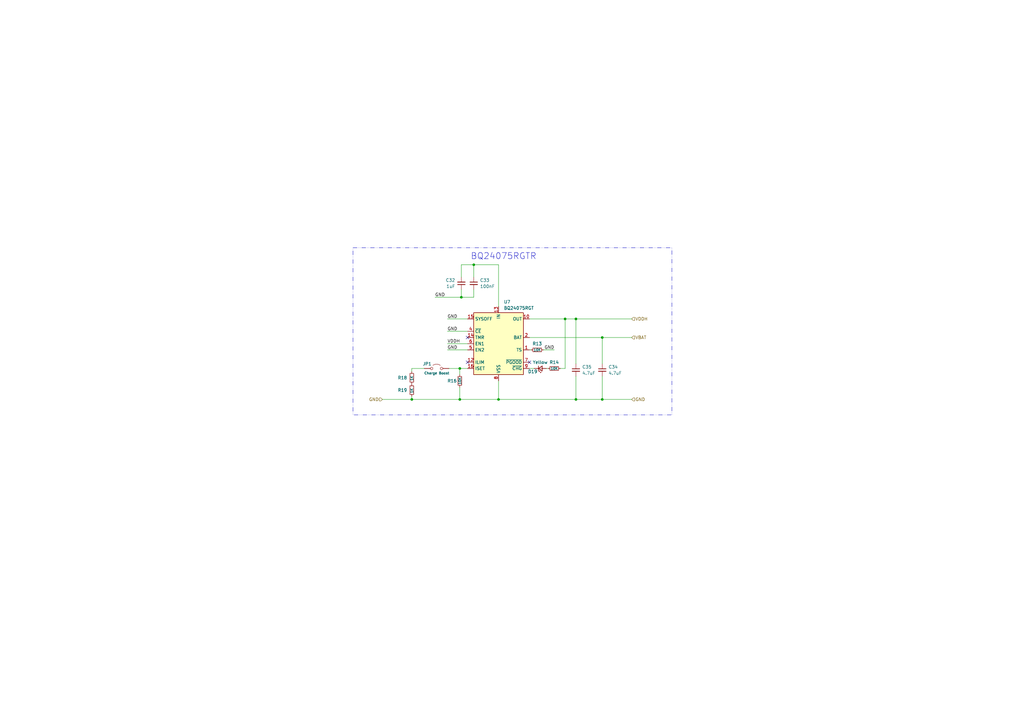
<source format=kicad_sch>
(kicad_sch (version 20250114) (generator "eeschema") (generator_version "9.0")
  (paper "A3")
  (title_block (date "2023-10-25") (company "MadMan"))
  (lib_symbols
    (symbol "Battery_Management:BQ24075RGT"
      (property "Reference" "U" (at -8.89 13.97 0))
      (property "Value" "BQ24075RGT" (at 16.51 13.97 0))
      (symbol "BQ24075RGT_0_1"
        (rectangle (start -10.16 12.7) (end 10.16 -12.7) (stroke (width 0.254)) (fill (type background)))
      )
      (symbol "BQ24075RGT_1_1"
        (pin input line (at -12.7 10.16 0) (length 2.54) (name "SYSOFF") (number "15"))
        (pin input line (at -12.7 5.08 0) (length 2.54) (name "~{CE}") (number "4"))
        (pin input line (at -12.7 2.54 0) (length 2.54) (name "TMR") (number "14"))
        (pin input line (at -12.7 0 0) (length 2.54) (name "EN1") (number "6"))
        (pin input line (at -12.7 -2.54 0) (length 2.54) (name "EN2") (number "5"))
        (pin passive line (at -12.7 -7.62 0) (length 2.54) (name "ILIM") (number "12"))
        (pin passive line (at -12.7 -10.16 0) (length 2.54) (name "ISET") (number "16"))
        (pin power_in line (at 0 15.24 270) (length 2.54) (name "IN") (number "13"))
        (pin passive line (at 0 -15.24 90) (length 2.54) (hide yes) (name "VSS") (number "17"))
        (pin power_in line (at 0 -15.24 90) (length 2.54) (name "VSS") (number "8"))
        (pin power_out line (at 12.7 10.16 180) (length 2.54) (name "OUT") (number "10"))
        (pin passive line (at 12.7 10.16 180) (length 2.54) (hide yes) (name "OUT") (number "11"))
        (pin power_out line (at 12.7 2.54 180) (length 2.54) (name "BAT") (number "2"))
        (pin passive line (at 12.7 2.54 180) (length 2.54) (hide yes) (name "BAT") (number "3"))
        (pin passive line (at 12.7 -2.54 180) (length 2.54) (name "TS") (number "1"))
        (pin open_collector line (at 12.7 -7.62 180) (length 2.54) (name "~{PGOOD}") (number "7"))
        (pin open_collector line (at 12.7 -10.16 180) (length 2.54) (name "~{CHG}") (number "9"))
      )
    )
    (symbol "Device:C_Small" (pin_numbers (hide yes)) (pin_names (offset 0.254) (hide yes))
      (property "Reference" "C" (at 0.254 1.778 0))
      (property "Value" "C_Small" (at 0.254 -2.032 0))
      (symbol "C_Small_0_1"
        (polyline (pts (xy -1.524 0.508) (xy 1.524 0.508)) (stroke (width 0.3048)))
        (polyline (pts (xy -1.524 -0.508) (xy 1.524 -0.508)) (stroke (width 0.3302)))
      )
      (symbol "C_Small_1_1"
        (pin passive line (at 0 2.54 270) (length 2.032) (name "~") (number "1"))
        (pin passive line (at 0 -2.54 90) (length 2.032) (name "~") (number "2"))
      )
    )
    (symbol "Device:LED_Small" (pin_numbers (hide yes)) (pin_names (offset 0.254) (hide yes))
      (property "Reference" "D" (at -1.27 3.175 0))
      (property "Value" "LED_Small" (at -4.445 -2.54 0))
      (symbol "LED_Small_0_1"
        (polyline (pts (xy -0.762 -1.016) (xy -0.762 1.016)) (stroke (width 0.254)))
        (polyline (pts (xy 0 0.762) (xy -0.508 1.27) (xy -0.254 1.27) (xy -0.508 1.27) (xy -0.508 1.016)))
        (polyline (pts (xy 0.508 1.27) (xy 0 1.778) (xy 0.254 1.778) (xy 0 1.778) (xy 0 1.524)))
        (polyline (pts (xy 0.762 -1.016) (xy -0.762 0) (xy 0.762 1.016) (xy 0.762 -1.016)) (stroke (width 0.254)))
        (polyline (pts (xy 1.016 0) (xy -0.762 0)))
      )
      (symbol "LED_Small_1_1"
        (pin passive line (at -2.54 0 0) (length 1.778) (name "K") (number "1"))
        (pin passive line (at 2.54 0 180) (length 1.778) (name "A") (number "2"))
      )
    )
    (symbol "Device:R_Small" (pin_numbers (hide yes)) (pin_names (offset 0.254) (hide yes))
      (property "Reference" "R" (at 0.762 0.508 0))
      (property "Value" "R_Small" (at 0.762 -1.016 0))
      (symbol "R_Small_0_1"
        (rectangle (start -0.762 1.778) (end 0.762 -1.778) (stroke (width 0.2032)))
      )
      (symbol "R_Small_1_1"
        (pin passive line (at 0 2.54 270) (length 0.762) (name "~") (number "1"))
        (pin passive line (at 0 -2.54 90) (length 0.762) (name "~") (number "2"))
      )
    )
    (symbol "Jumper:Jumper_2_Open" (pin_numbers (hide yes)) (pin_names (offset 0) (hide yes))
      (property "Reference" "JP" (at 0 2.794 0))
      (property "Value" "Jumper_2_Open" (at 0 -2.286 0))
      (symbol "Jumper_2_Open_0_0"
        (circle (center -2.032 0) (radius 0.508))
        (circle (center 2.032 0) (radius 0.508))
      )
      (symbol "Jumper_2_Open_0_1"
        (arc (start -1.524 1.27) (mid 0 1.778) (end 1.524 1.27))
      )
      (symbol "Jumper_2_Open_1_1"
        (pin passive line (at -5.08 0 0) (length 2.54) (name "A") (number "1"))
        (pin passive line (at 5.08 0 180) (length 2.54) (name "B") (number "2"))
      )
    )
  )
  (rectangle (start 144.78 101.6) (end 275.59 170.18) (stroke (width 0) (type dash_dot_dot)))
  (text "BQ24075RGTR" (at 193.04 106.68 0) (effects (font (size 2.54 2.54)) (justify left bottom)))
  (junction (at 231.775 130.81))
  (junction (at 189.23 121.92))
  (junction (at 194.31 108.585))
  (junction (at 188.595 151.13))
  (junction (at 247.015 138.43))
  (junction (at 168.91 163.83))
  (junction (at 204.47 163.83))
  (junction (at 236.22 130.81))
  (junction (at 188.595 163.83))
  (junction (at 236.22 163.83))
  (junction (at 247.015 163.83))
  (no_connect (at 191.77 148.59))
  (no_connect (at 191.77 138.43))
  (no_connect (at 217.17 148.59))
  (wire (pts (xy 183.515 143.51) (xy 191.77 143.51)))
  (wire (pts (xy 168.91 151.13) (xy 173.99 151.13)))
  (wire (pts (xy 183.515 130.81) (xy 191.77 130.81)))
  (wire (pts (xy 231.775 151.13) (xy 231.775 130.81)))
  (wire (pts (xy 247.015 138.43) (xy 259.08 138.43)))
  (wire (pts (xy 247.015 163.83) (xy 259.08 163.83)))
  (wire (pts (xy 204.47 108.585) (xy 204.47 125.73)))
  (wire (pts (xy 188.595 163.83) (xy 204.47 163.83)))
  (wire (pts (xy 204.47 163.83) (xy 204.47 156.21)))
  (wire (pts (xy 247.015 149.225) (xy 247.015 138.43)))
  (wire (pts (xy 222.885 143.51) (xy 227.33 143.51)))
  (wire (pts (xy 168.91 151.13) (xy 168.91 152.4)))
  (wire (pts (xy 194.31 108.585) (xy 194.31 113.665)))
  (wire (pts (xy 236.22 130.81) (xy 259.08 130.81)))
  (wire (pts (xy 236.22 130.81) (xy 236.22 149.225)))
  (wire (pts (xy 224.155 151.13) (xy 224.79 151.13)))
  (wire (pts (xy 236.22 154.305) (xy 236.22 163.83)))
  (wire (pts (xy 168.91 162.56) (xy 168.91 163.83)))
  (wire (pts (xy 194.31 118.745) (xy 194.31 121.92)))
  (wire (pts (xy 217.17 143.51) (xy 217.805 143.51)))
  (wire (pts (xy 188.595 151.13) (xy 188.595 153.67)))
  (wire (pts (xy 189.23 113.665) (xy 189.23 108.585)))
  (wire (pts (xy 189.23 121.92) (xy 194.31 121.92)))
  (wire (pts (xy 184.15 151.13) (xy 188.595 151.13)))
  (wire (pts (xy 217.17 151.13) (xy 219.075 151.13)))
  (wire (pts (xy 189.23 118.745) (xy 189.23 121.92)))
  (wire (pts (xy 194.31 108.585) (xy 204.47 108.585)))
  (wire (pts (xy 188.595 158.75) (xy 188.595 163.83)))
  (wire (pts (xy 183.515 135.89) (xy 191.77 135.89)))
  (wire (pts (xy 188.595 151.13) (xy 191.77 151.13)))
  (wire (pts (xy 204.47 163.83) (xy 236.22 163.83)))
  (wire (pts (xy 168.91 163.83) (xy 188.595 163.83)))
  (wire (pts (xy 247.015 154.305) (xy 247.015 163.83)))
  (wire (pts (xy 217.17 138.43) (xy 247.015 138.43)))
  (wire (pts (xy 217.17 130.81) (xy 231.775 130.81)))
  (wire (pts (xy 178.435 121.92) (xy 189.23 121.92)))
  (wire (pts (xy 231.775 130.81) (xy 236.22 130.81)))
  (wire (pts (xy 189.23 108.585) (xy 194.31 108.585)))
  (wire (pts (xy 229.87 151.13) (xy 231.775 151.13)))
  (wire (pts (xy 236.22 163.83) (xy 247.015 163.83)))
  (wire (pts (xy 183.515 140.97) (xy 191.77 140.97)))
  (wire (pts (xy 156.845 163.83) (xy 168.91 163.83)))
  (label "GND" (at 227.33 143.51 180))
  (label "GND" (at 183.515 135.89 0))
  (label "VDDH" (at 183.515 140.97 0))
  (label "GND" (at 183.515 130.81 0))
  (label "GND" (at 183.515 143.51 0))
  (label "GND" (at 178.435 121.92 0))
  (hierarchical_label "GND" (shape input) (at 259.08 163.83 0))
  (hierarchical_label "GND" (shape input) (at 156.845 163.83 180))
  (hierarchical_label "VDDH" (shape input) (at 259.08 130.81 0))
  (hierarchical_label "VBAT" (shape input) (at 259.08 138.43 0))
  (symbol (lib_id "Device:R_Small") (at 168.91 154.94 0) (mirror x) (unit 1)
    (property "Reference" "R18" (at 167.005 154.94 0) (effects (justify right)))
    (property "Value" "1K" (at 168.91 156.21 90) (effects (font (size 1 1)) (justify right)))
    (property "Footprint" "Resistor_SMD:R_0603_1608Metric" (effects (hide yes)))
    (property "Datasheet" "https://www.yageo.com/upload/media/product/products/datasheet/rchip/PYu-RC_Group_51_RoHS_L_12.pdf" (effects (hide yes)))
    (property "Description" "1 kOhms ±1% 0.1W, 1/10W Chip Resistor 0603 (1608 Metric) Moisture Resistant Thick Film" (effects (hide yes)))
    (property "Price" "$0.10 " (effects (hide yes)))
    (property "Rating" "RES 1K OHM 1% 1/16W 0603" (effects (hide yes)))
    (property "Supplier" "Digikey" (effects (hide yes)))
    (property "Manufacturer" "YAGEO" (effects (hide yes)))
    (property "MPN" "RC0603FR-071KL" (effects (hide yes)))
    (property "LCSC" "C106235" (effects (hide yes)))
    (property "digikey" "311-1.00KHRCT-ND" (effects (hide yes)))
    (property "mouser" "603-RC0603FR-071KL" (effects (hide yes)))
  )
  (symbol (lib_id "Device:R_Small") (at 227.33 151.13 270) (unit 1)
    (property "Reference" "R14" (at 227.33 148.59 90))
    (property "Value" "10K" (at 227.33 151.13 90) (effects (font (size 1 1))))
    (property "Footprint" "Resistor_SMD:R_0603_1608Metric" (effects (hide yes)))
    (property "Datasheet" "https://www.yageo.com/upload/media/product/products/datasheet/rchip/PYu-RC_Group_51_RoHS_L_12.pdf" (effects (hide yes)))
    (property "Description" "10 kOhms ±1% 0.1W, 1/10W Chip Resistor 0603 (1608 Metric) Moisture Resistant Thick Film" (effects (hide yes)))
    (property "Price" "$0.10 " (effects (hide yes)))
    (property "Rating" "RES 10K OHM 1% 1/16W 0603" (effects (hide yes)))
    (property "Supplier" "Digikey" (effects (hide yes)))
    (property "Manufacturer" "YAGEO" (effects (hide yes)))
    (property "MPN" "RC0603FR-0710KL" (effects (hide yes)))
    (property "LCSC" "C60490" (effects (hide yes)))
    (property "digikey" "311-10.0KHRCT-ND" (effects (hide yes)))
    (property "mouser" "603-RC0603FR-0710KL" (effects (hide yes)))
  )
  (symbol (lib_id "Device:C_Small") (at 189.23 116.205 0) (mirror x) (unit 1)
    (property "Reference" "C32" (at 186.69 114.9285 0) (effects (justify right)))
    (property "Value" "1uF" (at 186.69 117.4685 0) (effects (justify right)))
    (property "Footprint" "Capacitor_SMD:C_0603_1608Metric" (effects (hide yes)))
    (property "Datasheet" "https://www.yageo.com/upload/media/product/app/datasheet/mlcc/upy-gphc_x5r_4v-to-50v.pdf" (effects (hide yes)))
    (property "Description" "0.1 µF ±10% 25V Ceramic Capacitor X7R 0402 (1005 Metric)" (effects (hide yes)))
    (property "MPN" "CC0603KRX5R8BB105" (effects (hide yes)))
    (property "Manufacturer" "YAGEO" (effects (hide yes)))
    (property "Price" "$0.16" (effects (hide yes)))
    (property "Rating" "CAP CER 1UF 25V X5R 0603" (effects (hide yes)))
    (property "Supplier" "Digikey" (effects (hide yes)))
    (property "LCSC" "C14664" (effects (hide yes)))
    (property "digikey" "311-1445-1-ND" (effects (hide yes)))
    (property "mouser" "603-CC603KRX5R8BB105" (effects (hide yes)))
  )
  (symbol (lib_id "Device:R_Small") (at 220.345 143.51 270) (unit 1)
    (property "Reference" "R13" (at 220.345 140.97 90))
    (property "Value" "10K" (at 220.345 143.51 90) (effects (font (size 1 1))))
    (property "Footprint" "Resistor_SMD:R_0603_1608Metric" (effects (hide yes)))
    (property "Datasheet" "https://www.yageo.com/upload/media/product/products/datasheet/rchip/PYu-RC_Group_51_RoHS_L_12.pdf" (effects (hide yes)))
    (property "Description" "10 kOhms ±1% 0.1W, 1/10W Chip Resistor 0603 (1608 Metric) Moisture Resistant Thick Film" (effects (hide yes)))
    (property "Price" "$0.10 " (effects (hide yes)))
    (property "Rating" "RES 10K OHM 1% 1/16W 0603" (effects (hide yes)))
    (property "Supplier" "Digikey" (effects (hide yes)))
    (property "Manufacturer" "YAGEO" (effects (hide yes)))
    (property "MPN" "RC0603FR-0710KL" (effects (hide yes)))
    (property "LCSC" "C60490" (effects (hide yes)))
    (property "digikey" "311-10.0KHRCT-ND" (effects (hide yes)))
    (property "mouser" "603-RC0603FR-0710KL" (effects (hide yes)))
  )
  (symbol (lib_id "Device:C_Small") (at 247.015 151.765 0) (unit 1)
    (property "Reference" "C34" (at 249.555 150.5012 0) (effects (justify left)))
    (property "Value" "4.7uF" (at 249.555 153.0412 0) (effects (justify left)))
    (property "Footprint" "Capacitor_SMD:C_0805_2012Metric" (effects (hide yes)))
    (property "Datasheet" "https://www.yageogroup.com/content/datasheet/asset/file/UPY-GPHC_X7R_6_3V-TO-250V" (effects (hide yes)))
    (property "Description" "4.7 µF ±20% 25V Ceramic Capacitor X7R 0805 (2012 Metric)" (effects (hide yes)))
    (property "Price" "$0.60" (effects (hide yes)))
    (property "Rating" "CAP CER 4.7UF 25V X7R 0805" (effects (hide yes)))
    (property "Supplier" "Digikey" (effects (hide yes)))
    (property "Manufacturer" "YAGEO" (effects (hide yes)))
    (property "MPN" "CC0805MKX7R8BB475" (effects (hide yes)))
    (property "digikey" "311-3509-1-ND" (effects (hide yes)))
  )
  (symbol (lib_id "Battery_Management:BQ24075RGT") (at 204.47 140.97 0) (unit 1)
    (property "Reference" "U7" (at 206.6133 123.825 0) (effects (justify left)))
    (property "Value" "BQ24075RGT" (at 206.6133 126.365 0) (effects (justify left)))
    (property "Footprint" "Package_DFN_QFN:VQFN-16-1EP_3x3mm_P0.5mm_EP1.6x1.6mm" (effects (hide yes)))
    (property "Datasheet" "http://www.ti.com/lit/ds/symlink/bq24075.pdf" (effects (hide yes)))
    (property "Description" "USB-Friendly Li-Ion Battery Charger and Power-Path Management, VQFN-16" (effects (hide yes)))
    (property "Price" "$3.73" (effects (hide yes)))
    (property "Rating" "IC BATT CHG LI-ION 1CELL 16QFN" (effects (hide yes)))
    (property "Supplier" "Digikey" (effects (hide yes)))
    (property "Manufacturer" "Texas Instruments" (effects (hide yes)))
    (property "MPN" "BQ24075RGTR" (effects (hide yes)))
    (property "digikey" "296-38874-1-ND" (effects (hide yes)))
  )
  (symbol (lib_id "Device:R_Small") (at 188.595 156.21 0) (unit 1)
    (property "Reference" "R16" (at 185.42 156.21 0))
    (property "Value" "10K" (at 188.595 156.21 90) (effects (font (size 1 1))))
    (property "Footprint" "Resistor_SMD:R_0603_1608Metric" (effects (hide yes)))
    (property "Datasheet" "https://www.yageo.com/upload/media/product/products/datasheet/rchip/PYu-RC_Group_51_RoHS_L_12.pdf" (effects (hide yes)))
    (property "Description" "10 kOhms ±1% 0.1W, 1/10W Chip Resistor 0603 (1608 Metric) Moisture Resistant Thick Film" (effects (hide yes)))
    (property "Price" "$0.10 " (effects (hide yes)))
    (property "Rating" "RES 10K OHM 1% 1/16W 0603" (effects (hide yes)))
    (property "Supplier" "Digikey" (effects (hide yes)))
    (property "Manufacturer" "YAGEO" (effects (hide yes)))
    (property "MPN" "RC0603FR-0710KL" (effects (hide yes)))
    (property "LCSC" "C60490" (effects (hide yes)))
    (property "digikey" "311-10.0KHRCT-ND" (effects (hide yes)))
    (property "mouser" "603-RC0603FR-0710KL" (effects (hide yes)))
  )
  (symbol (lib_id "Device:C_Small") (at 194.31 116.205 0) (mirror y) (unit 1)
    (property "Reference" "C33" (at 196.85 114.9412 0) (effects (justify right)))
    (property "Value" "100nF" (at 196.85 117.4812 0) (effects (justify right)))
    (property "Footprint" "Capacitor_SMD:C_0603_1608Metric" (effects (hide yes)))
    (property "Datasheet" "https://www.yageo.com/upload/media/product/productsearch/datasheet/mlcc/UPY-GPHC_X7R_6.3V-to-250V_24.pdf" (effects (hide yes)))
    (property "Description" "0.1 µF ±10% 50V Ceramic Capacitor X7R 0603 (1608 Metric)" (effects (hide yes)))
    (property "MPN" "CC0603KPX7R9BB104" (effects (hide yes)))
    (property "Manufacturer" "YAGEO" (effects (hide yes)))
    (property "Price" "$0.10 " (effects (hide yes)))
    (property "Rating" "CAP CER 0.1UF 50V X7R 0603" (effects (hide yes)))
    (property "Supplier" "Digikey" (effects (hide yes)))
    (property "LCSC" "C432917" (effects (hide yes)))
    (property "digikey" "311-3567-1-ND" (effects (hide yes)))
    (property "mouser" "603-CC603KPX7R9BB104" (effects (hide yes)))
  )
  (symbol (lib_id "Device:LED_Small") (at 221.615 151.13 0) (mirror x) (unit 1)
    (property "Reference" "D19" (at 216.535 152.4 0) (effects (justify left)))
    (property "Value" "Yellow" (at 218.44 148.59 0) (effects (justify left)))
    (property "Footprint" "LED_SMD:LED_0603_1608Metric" (effects (hide yes)))
    (property "Datasheet" "https://www.we-online.com/components/products/datasheet/150060YS75003.pdf" (effects (hide yes)))
    (property "Description" "Yellow 590nm LED Indication - Discrete 2V 0603 (1608 Metric)" (effects (hide yes)))
    (property "Manufacturer" "Würth Elektronik" (effects (hide yes)))
    (property "Price" "$0.55" (effects (hide yes)))
    (property "Rating" "LED YELLOW CLEAR 0603 SMD" (effects (hide yes)))
    (property "Supplier" "Digikey" (effects (hide yes)))
    (property "Supplier PN" "732-150060YS75003CT-ND" (effects (hide yes)))
    (property "MPN" "150060YS75003" (effects (hide yes)))
  )
  (symbol (lib_id "Device:R_Small") (at 168.91 160.02 0) (mirror x) (unit 1)
    (property "Reference" "R19" (at 167.005 160.02 0) (effects (justify right)))
    (property "Value" "1K" (at 168.91 161.29 90) (effects (font (size 1 1)) (justify right)))
    (property "Footprint" "Resistor_SMD:R_0603_1608Metric" (effects (hide yes)))
    (property "Datasheet" "https://www.yageo.com/upload/media/product/products/datasheet/rchip/PYu-RC_Group_51_RoHS_L_12.pdf" (effects (hide yes)))
    (property "Description" "1 kOhms ±1% 0.1W, 1/10W Chip Resistor 0603 (1608 Metric) Moisture Resistant Thick Film" (effects (hide yes)))
    (property "Price" "$0.10 " (effects (hide yes)))
    (property "Rating" "RES 1K OHM 1% 1/16W 0603" (effects (hide yes)))
    (property "Supplier" "Digikey" (effects (hide yes)))
    (property "Manufacturer" "YAGEO" (effects (hide yes)))
    (property "MPN" "RC0603FR-071KL" (effects (hide yes)))
    (property "LCSC" "C106235" (effects (hide yes)))
    (property "digikey" "311-1.00KHRCT-ND" (effects (hide yes)))
    (property "mouser" "603-RC0603FR-071KL" (effects (hide yes)))
  )
  (symbol (lib_id "Jumper:Jumper_2_Open") (at 179.07 151.13 0) (mirror y) (unit 1)
    (property "Reference" "JP1" (at 173.355 149.225 0) (effects (justify right)))
    (property "Value" "Charge Boost" (at 173.99 153.035 0) (effects (font (size 1 1)) (justify right)))
    (property "Footprint" "Jumper:SolderJumper-2_P1.3mm_Open_RoundedPad1.0x1.5mm" (effects (hide yes)))
    (property "Description" "Jumper, 2-pole, open" (effects (hide yes)))
  )
  (symbol (lib_id "Device:C_Small") (at 236.22 151.765 0) (unit 1)
    (property "Reference" "C35" (at 238.76 150.5012 0) (effects (justify left)))
    (property "Value" "4.7uF" (at 238.76 153.0412 0) (effects (justify left)))
    (property "Footprint" "Capacitor_SMD:C_0805_2012Metric" (effects (hide yes)))
    (property "Datasheet" "https://www.yageogroup.com/content/datasheet/asset/file/UPY-GPHC_X7R_6_3V-TO-250V" (effects (hide yes)))
    (property "Description" "4.7 µF ±20% 25V Ceramic Capacitor X7R 0805 (2012 Metric)" (effects (hide yes)))
    (property "Price" "$0.60" (effects (hide yes)))
    (property "Rating" "CAP CER 4.7UF 25V X7R 0805" (effects (hide yes)))
    (property "Supplier" "Digikey" (effects (hide yes)))
    (property "Manufacturer" "YAGEO" (effects (hide yes)))
    (property "MPN" "CC0805MKX7R8BB475" (effects (hide yes)))
    (property "digikey" "311-3509-1-ND" (effects (hide yes)))
  )
)
</source>
